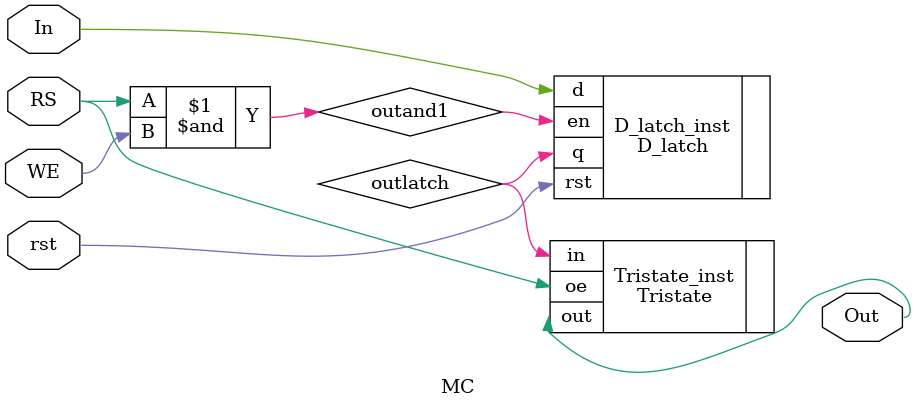
<source format=v>
module MC (Out,In,RS,WE,rst);
	output wire Out;
	input wire RS,WE,In,rst;
	wire outand1;
	wire outlatch;
	and and1(outand1,RS,WE);
	//bufif1 bufif1_1(Out,outlatch,RS);
Tristate Tristate_inst(
	.out(Out),
	.in(outlatch),
	.oe(RS)
);
	
D_latch D_latch_inst(
	.q(outlatch),
	.d(In),
	.en(outand1),
	.rst(rst)
);

endmodule

</source>
